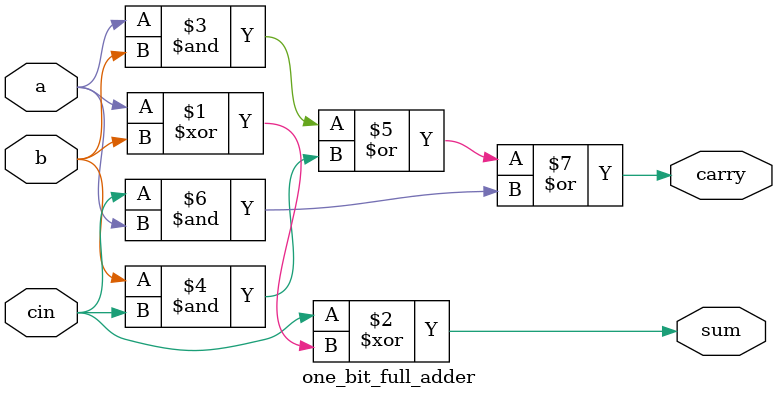
<source format=v>
module one_bit_full_adder (a, b, cin, sum, carry);

	input a;
	input b;
	input cin;

	output wire sum;
	output wire carry;

	assign sum = cin ^ (a ^ b);
	assign carry = ( (a & b) | (b & cin) | (cin & a) );

endmodule

</source>
